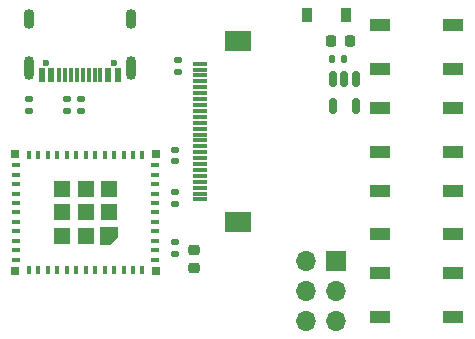
<source format=gts>
G04 #@! TF.GenerationSoftware,KiCad,Pcbnew,(6.0.10-0)*
G04 #@! TF.CreationDate,2022-12-22T21:19:14-05:00*
G04 #@! TF.ProjectId,rev2,72657632-2e6b-4696-9361-645f70636258,rev?*
G04 #@! TF.SameCoordinates,Original*
G04 #@! TF.FileFunction,Soldermask,Top*
G04 #@! TF.FilePolarity,Negative*
%FSLAX46Y46*%
G04 Gerber Fmt 4.6, Leading zero omitted, Abs format (unit mm)*
G04 Created by KiCad (PCBNEW (6.0.10-0)) date 2022-12-22 21:19:14*
%MOMM*%
%LPD*%
G01*
G04 APERTURE LIST*
G04 Aperture macros list*
%AMRoundRect*
0 Rectangle with rounded corners*
0 $1 Rounding radius*
0 $2 $3 $4 $5 $6 $7 $8 $9 X,Y pos of 4 corners*
0 Add a 4 corners polygon primitive as box body*
4,1,4,$2,$3,$4,$5,$6,$7,$8,$9,$2,$3,0*
0 Add four circle primitives for the rounded corners*
1,1,$1+$1,$2,$3*
1,1,$1+$1,$4,$5*
1,1,$1+$1,$6,$7*
1,1,$1+$1,$8,$9*
0 Add four rect primitives between the rounded corners*
20,1,$1+$1,$2,$3,$4,$5,0*
20,1,$1+$1,$4,$5,$6,$7,0*
20,1,$1+$1,$6,$7,$8,$9,0*
20,1,$1+$1,$8,$9,$2,$3,0*%
%AMFreePoly0*
4,1,6,0.725000,-0.725000,-0.725000,-0.725000,-0.725000,0.125000,-0.125000,0.725000,0.725000,0.725000,0.725000,-0.725000,0.725000,-0.725000,$1*%
G04 Aperture macros list end*
%ADD10R,1.800000X1.100000*%
%ADD11RoundRect,0.135000X0.185000X-0.135000X0.185000X0.135000X-0.185000X0.135000X-0.185000X-0.135000X0*%
%ADD12R,0.800000X0.400000*%
%ADD13R,0.400000X0.800000*%
%ADD14R,0.700000X0.700000*%
%ADD15R,1.450000X1.450000*%
%ADD16FreePoly0,180.000000*%
%ADD17RoundRect,0.135000X-0.185000X0.135000X-0.185000X-0.135000X0.185000X-0.135000X0.185000X0.135000X0*%
%ADD18RoundRect,0.225000X-0.250000X0.225000X-0.250000X-0.225000X0.250000X-0.225000X0.250000X0.225000X0*%
%ADD19RoundRect,0.140000X0.170000X-0.140000X0.170000X0.140000X-0.170000X0.140000X-0.170000X-0.140000X0*%
%ADD20R,0.900000X1.200000*%
%ADD21R,1.300000X0.300000*%
%ADD22R,2.200000X1.800000*%
%ADD23RoundRect,0.140000X-0.170000X0.140000X-0.170000X-0.140000X0.170000X-0.140000X0.170000X0.140000X0*%
%ADD24RoundRect,0.140000X-0.140000X-0.170000X0.140000X-0.170000X0.140000X0.170000X-0.140000X0.170000X0*%
%ADD25RoundRect,0.150000X-0.150000X0.512500X-0.150000X-0.512500X0.150000X-0.512500X0.150000X0.512500X0*%
%ADD26RoundRect,0.225000X-0.225000X-0.250000X0.225000X-0.250000X0.225000X0.250000X-0.225000X0.250000X0*%
%ADD27C,0.600000*%
%ADD28R,0.600000X1.160000*%
%ADD29R,0.300000X1.160000*%
%ADD30O,0.900000X1.700000*%
%ADD31O,0.900000X2.000000*%
%ADD32R,1.700000X1.700000*%
%ADD33O,1.700000X1.700000*%
G04 APERTURE END LIST*
D10*
X223100000Y-53350000D03*
X216900000Y-53350000D03*
X223100000Y-49650000D03*
X216900000Y-49650000D03*
D11*
X199600000Y-57800000D03*
X199600000Y-56780000D03*
D12*
X197900000Y-62500000D03*
X197900000Y-61700000D03*
X197900000Y-60900000D03*
X197900000Y-60100000D03*
X197900000Y-59300000D03*
X197900000Y-58500000D03*
X197900000Y-57700000D03*
X197900000Y-56900000D03*
X197900000Y-56100000D03*
X197900000Y-55300000D03*
X197900000Y-54500000D03*
D13*
X196800000Y-53600000D03*
X196000000Y-53600000D03*
X195200000Y-53600000D03*
X194400000Y-53600000D03*
X193600000Y-53600000D03*
X192800000Y-53600000D03*
X192000000Y-53600000D03*
X191200000Y-53600000D03*
X190400000Y-53600000D03*
X189600000Y-53600000D03*
X188800000Y-53600000D03*
X188000000Y-53600000D03*
X187200000Y-53600000D03*
D12*
X186100000Y-54500000D03*
X186100000Y-55300000D03*
X186100000Y-56100000D03*
X186100000Y-56900000D03*
X186100000Y-57700000D03*
X186100000Y-58500000D03*
X186100000Y-59300000D03*
X186100000Y-60100000D03*
X186100000Y-60900000D03*
X186100000Y-61700000D03*
X186100000Y-62500000D03*
D14*
X186050000Y-53550000D03*
D13*
X188000000Y-63400000D03*
X196000000Y-63400000D03*
D14*
X186050000Y-63450000D03*
D13*
X196800000Y-63400000D03*
X194400000Y-63400000D03*
D15*
X190025000Y-56525000D03*
X190025000Y-58500000D03*
D13*
X192000000Y-63400000D03*
D15*
X192000000Y-58500000D03*
X193975000Y-58500000D03*
D13*
X189600000Y-63400000D03*
X193600000Y-63400000D03*
X190400000Y-63400000D03*
X192800000Y-63400000D03*
D15*
X192000000Y-60475000D03*
D16*
X193975000Y-60475000D03*
D13*
X191200000Y-63400000D03*
X195200000Y-63400000D03*
X187200000Y-63400000D03*
D14*
X197950000Y-53550000D03*
D15*
X190025000Y-60475000D03*
D13*
X188800000Y-63400000D03*
D15*
X192000000Y-56525000D03*
X193975000Y-56525000D03*
D14*
X197950000Y-63450000D03*
D17*
X190400000Y-48890000D03*
X190400000Y-49910000D03*
D10*
X223100000Y-67350000D03*
X216900000Y-67350000D03*
X223100000Y-63650000D03*
X216900000Y-63650000D03*
D18*
X201200000Y-61650000D03*
X201200000Y-63200000D03*
D19*
X199600000Y-54160000D03*
X199600000Y-53200000D03*
D20*
X214000000Y-41800000D03*
X210700000Y-41800000D03*
D21*
X201650000Y-57400000D03*
X201650000Y-56900000D03*
X201650000Y-56400000D03*
X201650000Y-55900000D03*
X201650000Y-55400000D03*
X201650000Y-54900000D03*
X201650000Y-54400000D03*
X201650000Y-53900000D03*
X201650000Y-53400000D03*
X201650000Y-52900000D03*
X201650000Y-52400000D03*
X201650000Y-51900000D03*
X201650000Y-51400000D03*
X201650000Y-50900000D03*
X201650000Y-50400000D03*
X201650000Y-49900000D03*
X201650000Y-49400000D03*
X201650000Y-48900000D03*
X201650000Y-48400000D03*
X201650000Y-47900000D03*
X201650000Y-47400000D03*
X201650000Y-46900000D03*
X201650000Y-46400000D03*
X201650000Y-45900000D03*
D22*
X204900000Y-44000000D03*
X204900000Y-59300000D03*
D17*
X199800000Y-45580000D03*
X199800000Y-46600000D03*
D23*
X199600000Y-61040000D03*
X199600000Y-62000000D03*
D24*
X212890000Y-45500000D03*
X213850000Y-45500000D03*
D17*
X187200000Y-48890000D03*
X187200000Y-49910000D03*
D10*
X223100000Y-46350000D03*
X216900000Y-46350000D03*
X223100000Y-42650000D03*
X216900000Y-42650000D03*
D25*
X214850000Y-47225000D03*
X213900000Y-47225000D03*
X212950000Y-47225000D03*
X212950000Y-49500000D03*
X214850000Y-49500000D03*
D17*
X191600000Y-48890000D03*
X191600000Y-49910000D03*
D10*
X223100000Y-60350000D03*
X216900000Y-60350000D03*
X223100000Y-56650000D03*
X216900000Y-56650000D03*
D26*
X212800000Y-44000000D03*
X214350000Y-44000000D03*
D27*
X194390000Y-45825000D03*
X188610000Y-45825000D03*
D28*
X194700000Y-46885000D03*
X193900000Y-46885000D03*
D29*
X192750000Y-46885000D03*
X191750000Y-46885000D03*
X191250000Y-46885000D03*
X190250000Y-46885000D03*
D28*
X189100000Y-46885000D03*
X188300000Y-46885000D03*
X188300000Y-46885000D03*
X189100000Y-46885000D03*
D29*
X189750000Y-46885000D03*
X190750000Y-46885000D03*
X192250000Y-46885000D03*
X193250000Y-46885000D03*
D28*
X193900000Y-46885000D03*
X194700000Y-46885000D03*
D30*
X187180000Y-42135000D03*
X195820000Y-42135000D03*
D31*
X187180000Y-46305000D03*
X195820000Y-46305000D03*
D32*
X213200000Y-62600000D03*
D33*
X210660000Y-62600000D03*
X213200000Y-65140000D03*
X210660000Y-65140000D03*
X213200000Y-67680000D03*
X210660000Y-67680000D03*
M02*

</source>
